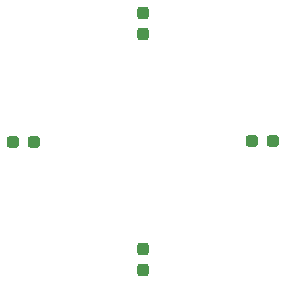
<source format=gtp>
%TF.GenerationSoftware,KiCad,Pcbnew,8.0.6*%
%TF.CreationDate,2024-11-25T21:33:12-05:00*%
%TF.ProjectId,mason-comet-ornament,6d61736f-6e2d-4636-9f6d-65742d6f726e,rev?*%
%TF.SameCoordinates,Original*%
%TF.FileFunction,Paste,Top*%
%TF.FilePolarity,Positive*%
%FSLAX46Y46*%
G04 Gerber Fmt 4.6, Leading zero omitted, Abs format (unit mm)*
G04 Created by KiCad (PCBNEW 8.0.6) date 2024-11-25 21:33:12*
%MOMM*%
%LPD*%
G01*
G04 APERTURE LIST*
G04 Aperture macros list*
%AMRoundRect*
0 Rectangle with rounded corners*
0 $1 Rounding radius*
0 $2 $3 $4 $5 $6 $7 $8 $9 X,Y pos of 4 corners*
0 Add a 4 corners polygon primitive as box body*
4,1,4,$2,$3,$4,$5,$6,$7,$8,$9,$2,$3,0*
0 Add four circle primitives for the rounded corners*
1,1,$1+$1,$2,$3*
1,1,$1+$1,$4,$5*
1,1,$1+$1,$6,$7*
1,1,$1+$1,$8,$9*
0 Add four rect primitives between the rounded corners*
20,1,$1+$1,$2,$3,$4,$5,0*
20,1,$1+$1,$4,$5,$6,$7,0*
20,1,$1+$1,$6,$7,$8,$9,0*
20,1,$1+$1,$8,$9,$2,$3,0*%
G04 Aperture macros list end*
%ADD10RoundRect,0.237500X-0.287500X-0.237500X0.287500X-0.237500X0.287500X0.237500X-0.287500X0.237500X0*%
%ADD11RoundRect,0.237500X0.237500X-0.287500X0.237500X0.287500X-0.237500X0.287500X-0.237500X-0.287500X0*%
%ADD12RoundRect,0.237500X-0.237500X0.287500X-0.237500X-0.287500X0.237500X-0.287500X0.237500X0.287500X0*%
%ADD13RoundRect,0.237500X0.287500X0.237500X-0.287500X0.237500X-0.287500X-0.237500X0.287500X-0.237500X0*%
G04 APERTURE END LIST*
D10*
%TO.C,D2*%
X33500000Y-49100000D03*
X35250000Y-49100000D03*
%TD*%
D11*
%TO.C,D4*%
X44500000Y-59975000D03*
X44500000Y-58225000D03*
%TD*%
D12*
%TO.C,D1*%
X44500000Y-38225000D03*
X44500000Y-39975000D03*
%TD*%
D13*
%TO.C,D3*%
X55525000Y-49050000D03*
X53775000Y-49050000D03*
%TD*%
M02*

</source>
